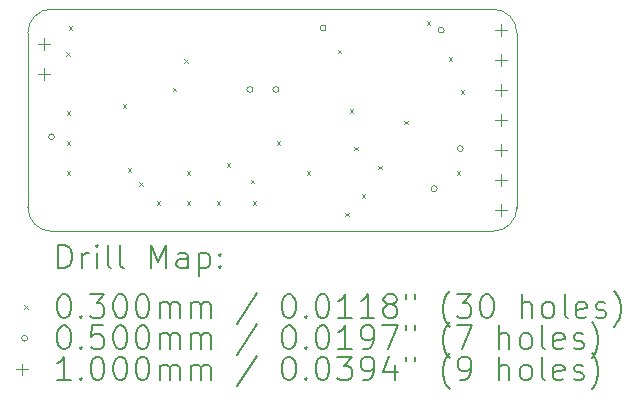
<source format=gbr>
%TF.GenerationSoftware,KiCad,Pcbnew,8.0.7*%
%TF.CreationDate,2025-01-02T14:00:55+01:00*%
%TF.ProjectId,av-to-minitel,61762d74-6f2d-46d6-996e-6974656c2e6b,v0.1*%
%TF.SameCoordinates,Original*%
%TF.FileFunction,Drillmap*%
%TF.FilePolarity,Positive*%
%FSLAX45Y45*%
G04 Gerber Fmt 4.5, Leading zero omitted, Abs format (unit mm)*
G04 Created by KiCad (PCBNEW 8.0.7) date 2025-01-02 14:00:55*
%MOMM*%
%LPD*%
G01*
G04 APERTURE LIST*
%ADD10C,0.050000*%
%ADD11C,0.200000*%
%ADD12C,0.100000*%
G04 APERTURE END LIST*
D10*
X9600000Y-7440000D02*
X13340000Y-7440000D01*
X9400000Y-9120000D02*
X9400000Y-7640000D01*
X9400000Y-7640000D02*
G75*
G02*
X9600000Y-7440000I200000J0D01*
G01*
X13340000Y-7440000D02*
G75*
G02*
X13540000Y-7640000I0J-200000D01*
G01*
X9600000Y-9320000D02*
G75*
G02*
X9400000Y-9120000I0J200000D01*
G01*
X13540000Y-7640000D02*
X13540000Y-9120000D01*
X13540000Y-9120000D02*
G75*
G02*
X13340000Y-9320000I-200000J0D01*
G01*
X13340000Y-9320000D02*
X9600000Y-9320000D01*
D11*
D12*
X9725000Y-7805000D02*
X9755000Y-7835000D01*
X9755000Y-7805000D02*
X9725000Y-7835000D01*
X9729595Y-8306175D02*
X9759595Y-8336175D01*
X9759595Y-8306175D02*
X9729595Y-8336175D01*
X9729595Y-8560175D02*
X9759595Y-8590175D01*
X9759595Y-8560175D02*
X9729595Y-8590175D01*
X9729595Y-8814175D02*
X9759595Y-8844175D01*
X9759595Y-8814175D02*
X9729595Y-8844175D01*
X9745000Y-7585000D02*
X9775000Y-7615000D01*
X9775000Y-7585000D02*
X9745000Y-7615000D01*
X10205000Y-8245000D02*
X10235000Y-8275000D01*
X10235000Y-8245000D02*
X10205000Y-8275000D01*
X10245000Y-8785000D02*
X10275000Y-8815000D01*
X10275000Y-8785000D02*
X10245000Y-8815000D01*
X10345000Y-8905000D02*
X10375000Y-8935000D01*
X10375000Y-8905000D02*
X10345000Y-8935000D01*
X10491595Y-9068175D02*
X10521595Y-9098175D01*
X10521595Y-9068175D02*
X10491595Y-9098175D01*
X10625000Y-8105000D02*
X10655000Y-8135000D01*
X10655000Y-8105000D02*
X10625000Y-8135000D01*
X10725000Y-7865000D02*
X10755000Y-7895000D01*
X10755000Y-7865000D02*
X10725000Y-7895000D01*
X10745595Y-8814175D02*
X10775595Y-8844175D01*
X10775595Y-8814175D02*
X10745595Y-8844175D01*
X10745595Y-9068175D02*
X10775595Y-9098175D01*
X10775595Y-9068175D02*
X10745595Y-9098175D01*
X10999595Y-9068175D02*
X11029595Y-9098175D01*
X11029595Y-9068175D02*
X10999595Y-9098175D01*
X11085000Y-8745000D02*
X11115000Y-8775000D01*
X11115000Y-8745000D02*
X11085000Y-8775000D01*
X11285000Y-8885000D02*
X11315000Y-8915000D01*
X11315000Y-8885000D02*
X11285000Y-8915000D01*
X11305000Y-9065000D02*
X11335000Y-9095000D01*
X11335000Y-9065000D02*
X11305000Y-9095000D01*
X11507595Y-8560175D02*
X11537595Y-8590175D01*
X11537595Y-8560175D02*
X11507595Y-8590175D01*
X11761595Y-8814175D02*
X11791595Y-8844175D01*
X11791595Y-8814175D02*
X11761595Y-8844175D01*
X12025000Y-7785000D02*
X12055000Y-7815000D01*
X12055000Y-7785000D02*
X12025000Y-7815000D01*
X12085000Y-9165000D02*
X12115000Y-9195000D01*
X12115000Y-9165000D02*
X12085000Y-9195000D01*
X12125000Y-8285000D02*
X12155000Y-8315000D01*
X12155000Y-8285000D02*
X12125000Y-8315000D01*
X12165000Y-8605000D02*
X12195000Y-8635000D01*
X12195000Y-8605000D02*
X12165000Y-8635000D01*
X12225000Y-9005000D02*
X12255000Y-9035000D01*
X12255000Y-9005000D02*
X12225000Y-9035000D01*
X12365000Y-8765000D02*
X12395000Y-8795000D01*
X12395000Y-8765000D02*
X12365000Y-8795000D01*
X12585000Y-8385000D02*
X12615000Y-8415000D01*
X12615000Y-8385000D02*
X12585000Y-8415000D01*
X12777595Y-7544175D02*
X12807595Y-7574175D01*
X12807595Y-7544175D02*
X12777595Y-7574175D01*
X12965000Y-7845000D02*
X12995000Y-7875000D01*
X12995000Y-7845000D02*
X12965000Y-7875000D01*
X13031595Y-8814175D02*
X13061595Y-8844175D01*
X13061595Y-8814175D02*
X13031595Y-8844175D01*
X13065000Y-8125000D02*
X13095000Y-8155000D01*
X13095000Y-8125000D02*
X13065000Y-8155000D01*
X9625000Y-8520000D02*
G75*
G02*
X9575000Y-8520000I-25000J0D01*
G01*
X9575000Y-8520000D02*
G75*
G02*
X9625000Y-8520000I25000J0D01*
G01*
X11305000Y-8120000D02*
G75*
G02*
X11255000Y-8120000I-25000J0D01*
G01*
X11255000Y-8120000D02*
G75*
G02*
X11305000Y-8120000I25000J0D01*
G01*
X11525000Y-8120000D02*
G75*
G02*
X11475000Y-8120000I-25000J0D01*
G01*
X11475000Y-8120000D02*
G75*
G02*
X11525000Y-8120000I25000J0D01*
G01*
X11925000Y-7600000D02*
G75*
G02*
X11875000Y-7600000I-25000J0D01*
G01*
X11875000Y-7600000D02*
G75*
G02*
X11925000Y-7600000I25000J0D01*
G01*
X12865000Y-8960000D02*
G75*
G02*
X12815000Y-8960000I-25000J0D01*
G01*
X12815000Y-8960000D02*
G75*
G02*
X12865000Y-8960000I25000J0D01*
G01*
X12925000Y-7617500D02*
G75*
G02*
X12875000Y-7617500I-25000J0D01*
G01*
X12875000Y-7617500D02*
G75*
G02*
X12925000Y-7617500I25000J0D01*
G01*
X13085000Y-8620000D02*
G75*
G02*
X13035000Y-8620000I-25000J0D01*
G01*
X13035000Y-8620000D02*
G75*
G02*
X13085000Y-8620000I25000J0D01*
G01*
X9537500Y-7683500D02*
X9537500Y-7783500D01*
X9487500Y-7733500D02*
X9587500Y-7733500D01*
X9537500Y-7937500D02*
X9537500Y-8037500D01*
X9487500Y-7987500D02*
X9587500Y-7987500D01*
X13402500Y-7567500D02*
X13402500Y-7667500D01*
X13352500Y-7617500D02*
X13452500Y-7617500D01*
X13402500Y-7821500D02*
X13402500Y-7921500D01*
X13352500Y-7871500D02*
X13452500Y-7871500D01*
X13402500Y-8075500D02*
X13402500Y-8175500D01*
X13352500Y-8125500D02*
X13452500Y-8125500D01*
X13402500Y-8329500D02*
X13402500Y-8429500D01*
X13352500Y-8379500D02*
X13452500Y-8379500D01*
X13402500Y-8583500D02*
X13402500Y-8683500D01*
X13352500Y-8633500D02*
X13452500Y-8633500D01*
X13402500Y-8837500D02*
X13402500Y-8937500D01*
X13352500Y-8887500D02*
X13452500Y-8887500D01*
X13402500Y-9091500D02*
X13402500Y-9191500D01*
X13352500Y-9141500D02*
X13452500Y-9141500D01*
D11*
X9658277Y-9633984D02*
X9658277Y-9433984D01*
X9658277Y-9433984D02*
X9705896Y-9433984D01*
X9705896Y-9433984D02*
X9734467Y-9443508D01*
X9734467Y-9443508D02*
X9753515Y-9462555D01*
X9753515Y-9462555D02*
X9763039Y-9481603D01*
X9763039Y-9481603D02*
X9772563Y-9519698D01*
X9772563Y-9519698D02*
X9772563Y-9548270D01*
X9772563Y-9548270D02*
X9763039Y-9586365D01*
X9763039Y-9586365D02*
X9753515Y-9605412D01*
X9753515Y-9605412D02*
X9734467Y-9624460D01*
X9734467Y-9624460D02*
X9705896Y-9633984D01*
X9705896Y-9633984D02*
X9658277Y-9633984D01*
X9858277Y-9633984D02*
X9858277Y-9500650D01*
X9858277Y-9538746D02*
X9867801Y-9519698D01*
X9867801Y-9519698D02*
X9877324Y-9510174D01*
X9877324Y-9510174D02*
X9896372Y-9500650D01*
X9896372Y-9500650D02*
X9915420Y-9500650D01*
X9982086Y-9633984D02*
X9982086Y-9500650D01*
X9982086Y-9433984D02*
X9972563Y-9443508D01*
X9972563Y-9443508D02*
X9982086Y-9453031D01*
X9982086Y-9453031D02*
X9991610Y-9443508D01*
X9991610Y-9443508D02*
X9982086Y-9433984D01*
X9982086Y-9433984D02*
X9982086Y-9453031D01*
X10105896Y-9633984D02*
X10086848Y-9624460D01*
X10086848Y-9624460D02*
X10077324Y-9605412D01*
X10077324Y-9605412D02*
X10077324Y-9433984D01*
X10210658Y-9633984D02*
X10191610Y-9624460D01*
X10191610Y-9624460D02*
X10182086Y-9605412D01*
X10182086Y-9605412D02*
X10182086Y-9433984D01*
X10439229Y-9633984D02*
X10439229Y-9433984D01*
X10439229Y-9433984D02*
X10505896Y-9576841D01*
X10505896Y-9576841D02*
X10572563Y-9433984D01*
X10572563Y-9433984D02*
X10572563Y-9633984D01*
X10753515Y-9633984D02*
X10753515Y-9529222D01*
X10753515Y-9529222D02*
X10743991Y-9510174D01*
X10743991Y-9510174D02*
X10724944Y-9500650D01*
X10724944Y-9500650D02*
X10686848Y-9500650D01*
X10686848Y-9500650D02*
X10667801Y-9510174D01*
X10753515Y-9624460D02*
X10734467Y-9633984D01*
X10734467Y-9633984D02*
X10686848Y-9633984D01*
X10686848Y-9633984D02*
X10667801Y-9624460D01*
X10667801Y-9624460D02*
X10658277Y-9605412D01*
X10658277Y-9605412D02*
X10658277Y-9586365D01*
X10658277Y-9586365D02*
X10667801Y-9567317D01*
X10667801Y-9567317D02*
X10686848Y-9557793D01*
X10686848Y-9557793D02*
X10734467Y-9557793D01*
X10734467Y-9557793D02*
X10753515Y-9548270D01*
X10848753Y-9500650D02*
X10848753Y-9700650D01*
X10848753Y-9510174D02*
X10867801Y-9500650D01*
X10867801Y-9500650D02*
X10905896Y-9500650D01*
X10905896Y-9500650D02*
X10924944Y-9510174D01*
X10924944Y-9510174D02*
X10934467Y-9519698D01*
X10934467Y-9519698D02*
X10943991Y-9538746D01*
X10943991Y-9538746D02*
X10943991Y-9595889D01*
X10943991Y-9595889D02*
X10934467Y-9614936D01*
X10934467Y-9614936D02*
X10924944Y-9624460D01*
X10924944Y-9624460D02*
X10905896Y-9633984D01*
X10905896Y-9633984D02*
X10867801Y-9633984D01*
X10867801Y-9633984D02*
X10848753Y-9624460D01*
X11029705Y-9614936D02*
X11039229Y-9624460D01*
X11039229Y-9624460D02*
X11029705Y-9633984D01*
X11029705Y-9633984D02*
X11020182Y-9624460D01*
X11020182Y-9624460D02*
X11029705Y-9614936D01*
X11029705Y-9614936D02*
X11029705Y-9633984D01*
X11029705Y-9510174D02*
X11039229Y-9519698D01*
X11039229Y-9519698D02*
X11029705Y-9529222D01*
X11029705Y-9529222D02*
X11020182Y-9519698D01*
X11020182Y-9519698D02*
X11029705Y-9510174D01*
X11029705Y-9510174D02*
X11029705Y-9529222D01*
D12*
X9367500Y-9947500D02*
X9397500Y-9977500D01*
X9397500Y-9947500D02*
X9367500Y-9977500D01*
D11*
X9696372Y-9853984D02*
X9715420Y-9853984D01*
X9715420Y-9853984D02*
X9734467Y-9863508D01*
X9734467Y-9863508D02*
X9743991Y-9873031D01*
X9743991Y-9873031D02*
X9753515Y-9892079D01*
X9753515Y-9892079D02*
X9763039Y-9930174D01*
X9763039Y-9930174D02*
X9763039Y-9977793D01*
X9763039Y-9977793D02*
X9753515Y-10015889D01*
X9753515Y-10015889D02*
X9743991Y-10034936D01*
X9743991Y-10034936D02*
X9734467Y-10044460D01*
X9734467Y-10044460D02*
X9715420Y-10053984D01*
X9715420Y-10053984D02*
X9696372Y-10053984D01*
X9696372Y-10053984D02*
X9677324Y-10044460D01*
X9677324Y-10044460D02*
X9667801Y-10034936D01*
X9667801Y-10034936D02*
X9658277Y-10015889D01*
X9658277Y-10015889D02*
X9648753Y-9977793D01*
X9648753Y-9977793D02*
X9648753Y-9930174D01*
X9648753Y-9930174D02*
X9658277Y-9892079D01*
X9658277Y-9892079D02*
X9667801Y-9873031D01*
X9667801Y-9873031D02*
X9677324Y-9863508D01*
X9677324Y-9863508D02*
X9696372Y-9853984D01*
X9848753Y-10034936D02*
X9858277Y-10044460D01*
X9858277Y-10044460D02*
X9848753Y-10053984D01*
X9848753Y-10053984D02*
X9839229Y-10044460D01*
X9839229Y-10044460D02*
X9848753Y-10034936D01*
X9848753Y-10034936D02*
X9848753Y-10053984D01*
X9924944Y-9853984D02*
X10048753Y-9853984D01*
X10048753Y-9853984D02*
X9982086Y-9930174D01*
X9982086Y-9930174D02*
X10010658Y-9930174D01*
X10010658Y-9930174D02*
X10029705Y-9939698D01*
X10029705Y-9939698D02*
X10039229Y-9949222D01*
X10039229Y-9949222D02*
X10048753Y-9968270D01*
X10048753Y-9968270D02*
X10048753Y-10015889D01*
X10048753Y-10015889D02*
X10039229Y-10034936D01*
X10039229Y-10034936D02*
X10029705Y-10044460D01*
X10029705Y-10044460D02*
X10010658Y-10053984D01*
X10010658Y-10053984D02*
X9953515Y-10053984D01*
X9953515Y-10053984D02*
X9934467Y-10044460D01*
X9934467Y-10044460D02*
X9924944Y-10034936D01*
X10172563Y-9853984D02*
X10191610Y-9853984D01*
X10191610Y-9853984D02*
X10210658Y-9863508D01*
X10210658Y-9863508D02*
X10220182Y-9873031D01*
X10220182Y-9873031D02*
X10229705Y-9892079D01*
X10229705Y-9892079D02*
X10239229Y-9930174D01*
X10239229Y-9930174D02*
X10239229Y-9977793D01*
X10239229Y-9977793D02*
X10229705Y-10015889D01*
X10229705Y-10015889D02*
X10220182Y-10034936D01*
X10220182Y-10034936D02*
X10210658Y-10044460D01*
X10210658Y-10044460D02*
X10191610Y-10053984D01*
X10191610Y-10053984D02*
X10172563Y-10053984D01*
X10172563Y-10053984D02*
X10153515Y-10044460D01*
X10153515Y-10044460D02*
X10143991Y-10034936D01*
X10143991Y-10034936D02*
X10134467Y-10015889D01*
X10134467Y-10015889D02*
X10124944Y-9977793D01*
X10124944Y-9977793D02*
X10124944Y-9930174D01*
X10124944Y-9930174D02*
X10134467Y-9892079D01*
X10134467Y-9892079D02*
X10143991Y-9873031D01*
X10143991Y-9873031D02*
X10153515Y-9863508D01*
X10153515Y-9863508D02*
X10172563Y-9853984D01*
X10363039Y-9853984D02*
X10382086Y-9853984D01*
X10382086Y-9853984D02*
X10401134Y-9863508D01*
X10401134Y-9863508D02*
X10410658Y-9873031D01*
X10410658Y-9873031D02*
X10420182Y-9892079D01*
X10420182Y-9892079D02*
X10429705Y-9930174D01*
X10429705Y-9930174D02*
X10429705Y-9977793D01*
X10429705Y-9977793D02*
X10420182Y-10015889D01*
X10420182Y-10015889D02*
X10410658Y-10034936D01*
X10410658Y-10034936D02*
X10401134Y-10044460D01*
X10401134Y-10044460D02*
X10382086Y-10053984D01*
X10382086Y-10053984D02*
X10363039Y-10053984D01*
X10363039Y-10053984D02*
X10343991Y-10044460D01*
X10343991Y-10044460D02*
X10334467Y-10034936D01*
X10334467Y-10034936D02*
X10324944Y-10015889D01*
X10324944Y-10015889D02*
X10315420Y-9977793D01*
X10315420Y-9977793D02*
X10315420Y-9930174D01*
X10315420Y-9930174D02*
X10324944Y-9892079D01*
X10324944Y-9892079D02*
X10334467Y-9873031D01*
X10334467Y-9873031D02*
X10343991Y-9863508D01*
X10343991Y-9863508D02*
X10363039Y-9853984D01*
X10515420Y-10053984D02*
X10515420Y-9920650D01*
X10515420Y-9939698D02*
X10524944Y-9930174D01*
X10524944Y-9930174D02*
X10543991Y-9920650D01*
X10543991Y-9920650D02*
X10572563Y-9920650D01*
X10572563Y-9920650D02*
X10591610Y-9930174D01*
X10591610Y-9930174D02*
X10601134Y-9949222D01*
X10601134Y-9949222D02*
X10601134Y-10053984D01*
X10601134Y-9949222D02*
X10610658Y-9930174D01*
X10610658Y-9930174D02*
X10629705Y-9920650D01*
X10629705Y-9920650D02*
X10658277Y-9920650D01*
X10658277Y-9920650D02*
X10677325Y-9930174D01*
X10677325Y-9930174D02*
X10686848Y-9949222D01*
X10686848Y-9949222D02*
X10686848Y-10053984D01*
X10782086Y-10053984D02*
X10782086Y-9920650D01*
X10782086Y-9939698D02*
X10791610Y-9930174D01*
X10791610Y-9930174D02*
X10810658Y-9920650D01*
X10810658Y-9920650D02*
X10839229Y-9920650D01*
X10839229Y-9920650D02*
X10858277Y-9930174D01*
X10858277Y-9930174D02*
X10867801Y-9949222D01*
X10867801Y-9949222D02*
X10867801Y-10053984D01*
X10867801Y-9949222D02*
X10877325Y-9930174D01*
X10877325Y-9930174D02*
X10896372Y-9920650D01*
X10896372Y-9920650D02*
X10924944Y-9920650D01*
X10924944Y-9920650D02*
X10943991Y-9930174D01*
X10943991Y-9930174D02*
X10953515Y-9949222D01*
X10953515Y-9949222D02*
X10953515Y-10053984D01*
X11343991Y-9844460D02*
X11172563Y-10101603D01*
X11601134Y-9853984D02*
X11620182Y-9853984D01*
X11620182Y-9853984D02*
X11639229Y-9863508D01*
X11639229Y-9863508D02*
X11648753Y-9873031D01*
X11648753Y-9873031D02*
X11658277Y-9892079D01*
X11658277Y-9892079D02*
X11667801Y-9930174D01*
X11667801Y-9930174D02*
X11667801Y-9977793D01*
X11667801Y-9977793D02*
X11658277Y-10015889D01*
X11658277Y-10015889D02*
X11648753Y-10034936D01*
X11648753Y-10034936D02*
X11639229Y-10044460D01*
X11639229Y-10044460D02*
X11620182Y-10053984D01*
X11620182Y-10053984D02*
X11601134Y-10053984D01*
X11601134Y-10053984D02*
X11582086Y-10044460D01*
X11582086Y-10044460D02*
X11572563Y-10034936D01*
X11572563Y-10034936D02*
X11563039Y-10015889D01*
X11563039Y-10015889D02*
X11553515Y-9977793D01*
X11553515Y-9977793D02*
X11553515Y-9930174D01*
X11553515Y-9930174D02*
X11563039Y-9892079D01*
X11563039Y-9892079D02*
X11572563Y-9873031D01*
X11572563Y-9873031D02*
X11582086Y-9863508D01*
X11582086Y-9863508D02*
X11601134Y-9853984D01*
X11753515Y-10034936D02*
X11763039Y-10044460D01*
X11763039Y-10044460D02*
X11753515Y-10053984D01*
X11753515Y-10053984D02*
X11743991Y-10044460D01*
X11743991Y-10044460D02*
X11753515Y-10034936D01*
X11753515Y-10034936D02*
X11753515Y-10053984D01*
X11886848Y-9853984D02*
X11905896Y-9853984D01*
X11905896Y-9853984D02*
X11924944Y-9863508D01*
X11924944Y-9863508D02*
X11934467Y-9873031D01*
X11934467Y-9873031D02*
X11943991Y-9892079D01*
X11943991Y-9892079D02*
X11953515Y-9930174D01*
X11953515Y-9930174D02*
X11953515Y-9977793D01*
X11953515Y-9977793D02*
X11943991Y-10015889D01*
X11943991Y-10015889D02*
X11934467Y-10034936D01*
X11934467Y-10034936D02*
X11924944Y-10044460D01*
X11924944Y-10044460D02*
X11905896Y-10053984D01*
X11905896Y-10053984D02*
X11886848Y-10053984D01*
X11886848Y-10053984D02*
X11867801Y-10044460D01*
X11867801Y-10044460D02*
X11858277Y-10034936D01*
X11858277Y-10034936D02*
X11848753Y-10015889D01*
X11848753Y-10015889D02*
X11839229Y-9977793D01*
X11839229Y-9977793D02*
X11839229Y-9930174D01*
X11839229Y-9930174D02*
X11848753Y-9892079D01*
X11848753Y-9892079D02*
X11858277Y-9873031D01*
X11858277Y-9873031D02*
X11867801Y-9863508D01*
X11867801Y-9863508D02*
X11886848Y-9853984D01*
X12143991Y-10053984D02*
X12029706Y-10053984D01*
X12086848Y-10053984D02*
X12086848Y-9853984D01*
X12086848Y-9853984D02*
X12067801Y-9882555D01*
X12067801Y-9882555D02*
X12048753Y-9901603D01*
X12048753Y-9901603D02*
X12029706Y-9911127D01*
X12334467Y-10053984D02*
X12220182Y-10053984D01*
X12277325Y-10053984D02*
X12277325Y-9853984D01*
X12277325Y-9853984D02*
X12258277Y-9882555D01*
X12258277Y-9882555D02*
X12239229Y-9901603D01*
X12239229Y-9901603D02*
X12220182Y-9911127D01*
X12448753Y-9939698D02*
X12429706Y-9930174D01*
X12429706Y-9930174D02*
X12420182Y-9920650D01*
X12420182Y-9920650D02*
X12410658Y-9901603D01*
X12410658Y-9901603D02*
X12410658Y-9892079D01*
X12410658Y-9892079D02*
X12420182Y-9873031D01*
X12420182Y-9873031D02*
X12429706Y-9863508D01*
X12429706Y-9863508D02*
X12448753Y-9853984D01*
X12448753Y-9853984D02*
X12486848Y-9853984D01*
X12486848Y-9853984D02*
X12505896Y-9863508D01*
X12505896Y-9863508D02*
X12515420Y-9873031D01*
X12515420Y-9873031D02*
X12524944Y-9892079D01*
X12524944Y-9892079D02*
X12524944Y-9901603D01*
X12524944Y-9901603D02*
X12515420Y-9920650D01*
X12515420Y-9920650D02*
X12505896Y-9930174D01*
X12505896Y-9930174D02*
X12486848Y-9939698D01*
X12486848Y-9939698D02*
X12448753Y-9939698D01*
X12448753Y-9939698D02*
X12429706Y-9949222D01*
X12429706Y-9949222D02*
X12420182Y-9958746D01*
X12420182Y-9958746D02*
X12410658Y-9977793D01*
X12410658Y-9977793D02*
X12410658Y-10015889D01*
X12410658Y-10015889D02*
X12420182Y-10034936D01*
X12420182Y-10034936D02*
X12429706Y-10044460D01*
X12429706Y-10044460D02*
X12448753Y-10053984D01*
X12448753Y-10053984D02*
X12486848Y-10053984D01*
X12486848Y-10053984D02*
X12505896Y-10044460D01*
X12505896Y-10044460D02*
X12515420Y-10034936D01*
X12515420Y-10034936D02*
X12524944Y-10015889D01*
X12524944Y-10015889D02*
X12524944Y-9977793D01*
X12524944Y-9977793D02*
X12515420Y-9958746D01*
X12515420Y-9958746D02*
X12505896Y-9949222D01*
X12505896Y-9949222D02*
X12486848Y-9939698D01*
X12601134Y-9853984D02*
X12601134Y-9892079D01*
X12677325Y-9853984D02*
X12677325Y-9892079D01*
X12972563Y-10130174D02*
X12963039Y-10120650D01*
X12963039Y-10120650D02*
X12943991Y-10092079D01*
X12943991Y-10092079D02*
X12934468Y-10073031D01*
X12934468Y-10073031D02*
X12924944Y-10044460D01*
X12924944Y-10044460D02*
X12915420Y-9996841D01*
X12915420Y-9996841D02*
X12915420Y-9958746D01*
X12915420Y-9958746D02*
X12924944Y-9911127D01*
X12924944Y-9911127D02*
X12934468Y-9882555D01*
X12934468Y-9882555D02*
X12943991Y-9863508D01*
X12943991Y-9863508D02*
X12963039Y-9834936D01*
X12963039Y-9834936D02*
X12972563Y-9825412D01*
X13029706Y-9853984D02*
X13153515Y-9853984D01*
X13153515Y-9853984D02*
X13086848Y-9930174D01*
X13086848Y-9930174D02*
X13115420Y-9930174D01*
X13115420Y-9930174D02*
X13134468Y-9939698D01*
X13134468Y-9939698D02*
X13143991Y-9949222D01*
X13143991Y-9949222D02*
X13153515Y-9968270D01*
X13153515Y-9968270D02*
X13153515Y-10015889D01*
X13153515Y-10015889D02*
X13143991Y-10034936D01*
X13143991Y-10034936D02*
X13134468Y-10044460D01*
X13134468Y-10044460D02*
X13115420Y-10053984D01*
X13115420Y-10053984D02*
X13058277Y-10053984D01*
X13058277Y-10053984D02*
X13039229Y-10044460D01*
X13039229Y-10044460D02*
X13029706Y-10034936D01*
X13277325Y-9853984D02*
X13296372Y-9853984D01*
X13296372Y-9853984D02*
X13315420Y-9863508D01*
X13315420Y-9863508D02*
X13324944Y-9873031D01*
X13324944Y-9873031D02*
X13334468Y-9892079D01*
X13334468Y-9892079D02*
X13343991Y-9930174D01*
X13343991Y-9930174D02*
X13343991Y-9977793D01*
X13343991Y-9977793D02*
X13334468Y-10015889D01*
X13334468Y-10015889D02*
X13324944Y-10034936D01*
X13324944Y-10034936D02*
X13315420Y-10044460D01*
X13315420Y-10044460D02*
X13296372Y-10053984D01*
X13296372Y-10053984D02*
X13277325Y-10053984D01*
X13277325Y-10053984D02*
X13258277Y-10044460D01*
X13258277Y-10044460D02*
X13248753Y-10034936D01*
X13248753Y-10034936D02*
X13239229Y-10015889D01*
X13239229Y-10015889D02*
X13229706Y-9977793D01*
X13229706Y-9977793D02*
X13229706Y-9930174D01*
X13229706Y-9930174D02*
X13239229Y-9892079D01*
X13239229Y-9892079D02*
X13248753Y-9873031D01*
X13248753Y-9873031D02*
X13258277Y-9863508D01*
X13258277Y-9863508D02*
X13277325Y-9853984D01*
X13582087Y-10053984D02*
X13582087Y-9853984D01*
X13667801Y-10053984D02*
X13667801Y-9949222D01*
X13667801Y-9949222D02*
X13658277Y-9930174D01*
X13658277Y-9930174D02*
X13639230Y-9920650D01*
X13639230Y-9920650D02*
X13610658Y-9920650D01*
X13610658Y-9920650D02*
X13591610Y-9930174D01*
X13591610Y-9930174D02*
X13582087Y-9939698D01*
X13791610Y-10053984D02*
X13772563Y-10044460D01*
X13772563Y-10044460D02*
X13763039Y-10034936D01*
X13763039Y-10034936D02*
X13753515Y-10015889D01*
X13753515Y-10015889D02*
X13753515Y-9958746D01*
X13753515Y-9958746D02*
X13763039Y-9939698D01*
X13763039Y-9939698D02*
X13772563Y-9930174D01*
X13772563Y-9930174D02*
X13791610Y-9920650D01*
X13791610Y-9920650D02*
X13820182Y-9920650D01*
X13820182Y-9920650D02*
X13839230Y-9930174D01*
X13839230Y-9930174D02*
X13848753Y-9939698D01*
X13848753Y-9939698D02*
X13858277Y-9958746D01*
X13858277Y-9958746D02*
X13858277Y-10015889D01*
X13858277Y-10015889D02*
X13848753Y-10034936D01*
X13848753Y-10034936D02*
X13839230Y-10044460D01*
X13839230Y-10044460D02*
X13820182Y-10053984D01*
X13820182Y-10053984D02*
X13791610Y-10053984D01*
X13972563Y-10053984D02*
X13953515Y-10044460D01*
X13953515Y-10044460D02*
X13943991Y-10025412D01*
X13943991Y-10025412D02*
X13943991Y-9853984D01*
X14124944Y-10044460D02*
X14105896Y-10053984D01*
X14105896Y-10053984D02*
X14067801Y-10053984D01*
X14067801Y-10053984D02*
X14048753Y-10044460D01*
X14048753Y-10044460D02*
X14039230Y-10025412D01*
X14039230Y-10025412D02*
X14039230Y-9949222D01*
X14039230Y-9949222D02*
X14048753Y-9930174D01*
X14048753Y-9930174D02*
X14067801Y-9920650D01*
X14067801Y-9920650D02*
X14105896Y-9920650D01*
X14105896Y-9920650D02*
X14124944Y-9930174D01*
X14124944Y-9930174D02*
X14134468Y-9949222D01*
X14134468Y-9949222D02*
X14134468Y-9968270D01*
X14134468Y-9968270D02*
X14039230Y-9987317D01*
X14210658Y-10044460D02*
X14229706Y-10053984D01*
X14229706Y-10053984D02*
X14267801Y-10053984D01*
X14267801Y-10053984D02*
X14286849Y-10044460D01*
X14286849Y-10044460D02*
X14296372Y-10025412D01*
X14296372Y-10025412D02*
X14296372Y-10015889D01*
X14296372Y-10015889D02*
X14286849Y-9996841D01*
X14286849Y-9996841D02*
X14267801Y-9987317D01*
X14267801Y-9987317D02*
X14239230Y-9987317D01*
X14239230Y-9987317D02*
X14220182Y-9977793D01*
X14220182Y-9977793D02*
X14210658Y-9958746D01*
X14210658Y-9958746D02*
X14210658Y-9949222D01*
X14210658Y-9949222D02*
X14220182Y-9930174D01*
X14220182Y-9930174D02*
X14239230Y-9920650D01*
X14239230Y-9920650D02*
X14267801Y-9920650D01*
X14267801Y-9920650D02*
X14286849Y-9930174D01*
X14363039Y-10130174D02*
X14372563Y-10120650D01*
X14372563Y-10120650D02*
X14391611Y-10092079D01*
X14391611Y-10092079D02*
X14401134Y-10073031D01*
X14401134Y-10073031D02*
X14410658Y-10044460D01*
X14410658Y-10044460D02*
X14420182Y-9996841D01*
X14420182Y-9996841D02*
X14420182Y-9958746D01*
X14420182Y-9958746D02*
X14410658Y-9911127D01*
X14410658Y-9911127D02*
X14401134Y-9882555D01*
X14401134Y-9882555D02*
X14391611Y-9863508D01*
X14391611Y-9863508D02*
X14372563Y-9834936D01*
X14372563Y-9834936D02*
X14363039Y-9825412D01*
D12*
X9397500Y-10226500D02*
G75*
G02*
X9347500Y-10226500I-25000J0D01*
G01*
X9347500Y-10226500D02*
G75*
G02*
X9397500Y-10226500I25000J0D01*
G01*
D11*
X9696372Y-10117984D02*
X9715420Y-10117984D01*
X9715420Y-10117984D02*
X9734467Y-10127508D01*
X9734467Y-10127508D02*
X9743991Y-10137031D01*
X9743991Y-10137031D02*
X9753515Y-10156079D01*
X9753515Y-10156079D02*
X9763039Y-10194174D01*
X9763039Y-10194174D02*
X9763039Y-10241793D01*
X9763039Y-10241793D02*
X9753515Y-10279889D01*
X9753515Y-10279889D02*
X9743991Y-10298936D01*
X9743991Y-10298936D02*
X9734467Y-10308460D01*
X9734467Y-10308460D02*
X9715420Y-10317984D01*
X9715420Y-10317984D02*
X9696372Y-10317984D01*
X9696372Y-10317984D02*
X9677324Y-10308460D01*
X9677324Y-10308460D02*
X9667801Y-10298936D01*
X9667801Y-10298936D02*
X9658277Y-10279889D01*
X9658277Y-10279889D02*
X9648753Y-10241793D01*
X9648753Y-10241793D02*
X9648753Y-10194174D01*
X9648753Y-10194174D02*
X9658277Y-10156079D01*
X9658277Y-10156079D02*
X9667801Y-10137031D01*
X9667801Y-10137031D02*
X9677324Y-10127508D01*
X9677324Y-10127508D02*
X9696372Y-10117984D01*
X9848753Y-10298936D02*
X9858277Y-10308460D01*
X9858277Y-10308460D02*
X9848753Y-10317984D01*
X9848753Y-10317984D02*
X9839229Y-10308460D01*
X9839229Y-10308460D02*
X9848753Y-10298936D01*
X9848753Y-10298936D02*
X9848753Y-10317984D01*
X10039229Y-10117984D02*
X9943991Y-10117984D01*
X9943991Y-10117984D02*
X9934467Y-10213222D01*
X9934467Y-10213222D02*
X9943991Y-10203698D01*
X9943991Y-10203698D02*
X9963039Y-10194174D01*
X9963039Y-10194174D02*
X10010658Y-10194174D01*
X10010658Y-10194174D02*
X10029705Y-10203698D01*
X10029705Y-10203698D02*
X10039229Y-10213222D01*
X10039229Y-10213222D02*
X10048753Y-10232270D01*
X10048753Y-10232270D02*
X10048753Y-10279889D01*
X10048753Y-10279889D02*
X10039229Y-10298936D01*
X10039229Y-10298936D02*
X10029705Y-10308460D01*
X10029705Y-10308460D02*
X10010658Y-10317984D01*
X10010658Y-10317984D02*
X9963039Y-10317984D01*
X9963039Y-10317984D02*
X9943991Y-10308460D01*
X9943991Y-10308460D02*
X9934467Y-10298936D01*
X10172563Y-10117984D02*
X10191610Y-10117984D01*
X10191610Y-10117984D02*
X10210658Y-10127508D01*
X10210658Y-10127508D02*
X10220182Y-10137031D01*
X10220182Y-10137031D02*
X10229705Y-10156079D01*
X10229705Y-10156079D02*
X10239229Y-10194174D01*
X10239229Y-10194174D02*
X10239229Y-10241793D01*
X10239229Y-10241793D02*
X10229705Y-10279889D01*
X10229705Y-10279889D02*
X10220182Y-10298936D01*
X10220182Y-10298936D02*
X10210658Y-10308460D01*
X10210658Y-10308460D02*
X10191610Y-10317984D01*
X10191610Y-10317984D02*
X10172563Y-10317984D01*
X10172563Y-10317984D02*
X10153515Y-10308460D01*
X10153515Y-10308460D02*
X10143991Y-10298936D01*
X10143991Y-10298936D02*
X10134467Y-10279889D01*
X10134467Y-10279889D02*
X10124944Y-10241793D01*
X10124944Y-10241793D02*
X10124944Y-10194174D01*
X10124944Y-10194174D02*
X10134467Y-10156079D01*
X10134467Y-10156079D02*
X10143991Y-10137031D01*
X10143991Y-10137031D02*
X10153515Y-10127508D01*
X10153515Y-10127508D02*
X10172563Y-10117984D01*
X10363039Y-10117984D02*
X10382086Y-10117984D01*
X10382086Y-10117984D02*
X10401134Y-10127508D01*
X10401134Y-10127508D02*
X10410658Y-10137031D01*
X10410658Y-10137031D02*
X10420182Y-10156079D01*
X10420182Y-10156079D02*
X10429705Y-10194174D01*
X10429705Y-10194174D02*
X10429705Y-10241793D01*
X10429705Y-10241793D02*
X10420182Y-10279889D01*
X10420182Y-10279889D02*
X10410658Y-10298936D01*
X10410658Y-10298936D02*
X10401134Y-10308460D01*
X10401134Y-10308460D02*
X10382086Y-10317984D01*
X10382086Y-10317984D02*
X10363039Y-10317984D01*
X10363039Y-10317984D02*
X10343991Y-10308460D01*
X10343991Y-10308460D02*
X10334467Y-10298936D01*
X10334467Y-10298936D02*
X10324944Y-10279889D01*
X10324944Y-10279889D02*
X10315420Y-10241793D01*
X10315420Y-10241793D02*
X10315420Y-10194174D01*
X10315420Y-10194174D02*
X10324944Y-10156079D01*
X10324944Y-10156079D02*
X10334467Y-10137031D01*
X10334467Y-10137031D02*
X10343991Y-10127508D01*
X10343991Y-10127508D02*
X10363039Y-10117984D01*
X10515420Y-10317984D02*
X10515420Y-10184650D01*
X10515420Y-10203698D02*
X10524944Y-10194174D01*
X10524944Y-10194174D02*
X10543991Y-10184650D01*
X10543991Y-10184650D02*
X10572563Y-10184650D01*
X10572563Y-10184650D02*
X10591610Y-10194174D01*
X10591610Y-10194174D02*
X10601134Y-10213222D01*
X10601134Y-10213222D02*
X10601134Y-10317984D01*
X10601134Y-10213222D02*
X10610658Y-10194174D01*
X10610658Y-10194174D02*
X10629705Y-10184650D01*
X10629705Y-10184650D02*
X10658277Y-10184650D01*
X10658277Y-10184650D02*
X10677325Y-10194174D01*
X10677325Y-10194174D02*
X10686848Y-10213222D01*
X10686848Y-10213222D02*
X10686848Y-10317984D01*
X10782086Y-10317984D02*
X10782086Y-10184650D01*
X10782086Y-10203698D02*
X10791610Y-10194174D01*
X10791610Y-10194174D02*
X10810658Y-10184650D01*
X10810658Y-10184650D02*
X10839229Y-10184650D01*
X10839229Y-10184650D02*
X10858277Y-10194174D01*
X10858277Y-10194174D02*
X10867801Y-10213222D01*
X10867801Y-10213222D02*
X10867801Y-10317984D01*
X10867801Y-10213222D02*
X10877325Y-10194174D01*
X10877325Y-10194174D02*
X10896372Y-10184650D01*
X10896372Y-10184650D02*
X10924944Y-10184650D01*
X10924944Y-10184650D02*
X10943991Y-10194174D01*
X10943991Y-10194174D02*
X10953515Y-10213222D01*
X10953515Y-10213222D02*
X10953515Y-10317984D01*
X11343991Y-10108460D02*
X11172563Y-10365603D01*
X11601134Y-10117984D02*
X11620182Y-10117984D01*
X11620182Y-10117984D02*
X11639229Y-10127508D01*
X11639229Y-10127508D02*
X11648753Y-10137031D01*
X11648753Y-10137031D02*
X11658277Y-10156079D01*
X11658277Y-10156079D02*
X11667801Y-10194174D01*
X11667801Y-10194174D02*
X11667801Y-10241793D01*
X11667801Y-10241793D02*
X11658277Y-10279889D01*
X11658277Y-10279889D02*
X11648753Y-10298936D01*
X11648753Y-10298936D02*
X11639229Y-10308460D01*
X11639229Y-10308460D02*
X11620182Y-10317984D01*
X11620182Y-10317984D02*
X11601134Y-10317984D01*
X11601134Y-10317984D02*
X11582086Y-10308460D01*
X11582086Y-10308460D02*
X11572563Y-10298936D01*
X11572563Y-10298936D02*
X11563039Y-10279889D01*
X11563039Y-10279889D02*
X11553515Y-10241793D01*
X11553515Y-10241793D02*
X11553515Y-10194174D01*
X11553515Y-10194174D02*
X11563039Y-10156079D01*
X11563039Y-10156079D02*
X11572563Y-10137031D01*
X11572563Y-10137031D02*
X11582086Y-10127508D01*
X11582086Y-10127508D02*
X11601134Y-10117984D01*
X11753515Y-10298936D02*
X11763039Y-10308460D01*
X11763039Y-10308460D02*
X11753515Y-10317984D01*
X11753515Y-10317984D02*
X11743991Y-10308460D01*
X11743991Y-10308460D02*
X11753515Y-10298936D01*
X11753515Y-10298936D02*
X11753515Y-10317984D01*
X11886848Y-10117984D02*
X11905896Y-10117984D01*
X11905896Y-10117984D02*
X11924944Y-10127508D01*
X11924944Y-10127508D02*
X11934467Y-10137031D01*
X11934467Y-10137031D02*
X11943991Y-10156079D01*
X11943991Y-10156079D02*
X11953515Y-10194174D01*
X11953515Y-10194174D02*
X11953515Y-10241793D01*
X11953515Y-10241793D02*
X11943991Y-10279889D01*
X11943991Y-10279889D02*
X11934467Y-10298936D01*
X11934467Y-10298936D02*
X11924944Y-10308460D01*
X11924944Y-10308460D02*
X11905896Y-10317984D01*
X11905896Y-10317984D02*
X11886848Y-10317984D01*
X11886848Y-10317984D02*
X11867801Y-10308460D01*
X11867801Y-10308460D02*
X11858277Y-10298936D01*
X11858277Y-10298936D02*
X11848753Y-10279889D01*
X11848753Y-10279889D02*
X11839229Y-10241793D01*
X11839229Y-10241793D02*
X11839229Y-10194174D01*
X11839229Y-10194174D02*
X11848753Y-10156079D01*
X11848753Y-10156079D02*
X11858277Y-10137031D01*
X11858277Y-10137031D02*
X11867801Y-10127508D01*
X11867801Y-10127508D02*
X11886848Y-10117984D01*
X12143991Y-10317984D02*
X12029706Y-10317984D01*
X12086848Y-10317984D02*
X12086848Y-10117984D01*
X12086848Y-10117984D02*
X12067801Y-10146555D01*
X12067801Y-10146555D02*
X12048753Y-10165603D01*
X12048753Y-10165603D02*
X12029706Y-10175127D01*
X12239229Y-10317984D02*
X12277325Y-10317984D01*
X12277325Y-10317984D02*
X12296372Y-10308460D01*
X12296372Y-10308460D02*
X12305896Y-10298936D01*
X12305896Y-10298936D02*
X12324944Y-10270365D01*
X12324944Y-10270365D02*
X12334467Y-10232270D01*
X12334467Y-10232270D02*
X12334467Y-10156079D01*
X12334467Y-10156079D02*
X12324944Y-10137031D01*
X12324944Y-10137031D02*
X12315420Y-10127508D01*
X12315420Y-10127508D02*
X12296372Y-10117984D01*
X12296372Y-10117984D02*
X12258277Y-10117984D01*
X12258277Y-10117984D02*
X12239229Y-10127508D01*
X12239229Y-10127508D02*
X12229706Y-10137031D01*
X12229706Y-10137031D02*
X12220182Y-10156079D01*
X12220182Y-10156079D02*
X12220182Y-10203698D01*
X12220182Y-10203698D02*
X12229706Y-10222746D01*
X12229706Y-10222746D02*
X12239229Y-10232270D01*
X12239229Y-10232270D02*
X12258277Y-10241793D01*
X12258277Y-10241793D02*
X12296372Y-10241793D01*
X12296372Y-10241793D02*
X12315420Y-10232270D01*
X12315420Y-10232270D02*
X12324944Y-10222746D01*
X12324944Y-10222746D02*
X12334467Y-10203698D01*
X12401134Y-10117984D02*
X12534467Y-10117984D01*
X12534467Y-10117984D02*
X12448753Y-10317984D01*
X12601134Y-10117984D02*
X12601134Y-10156079D01*
X12677325Y-10117984D02*
X12677325Y-10156079D01*
X12972563Y-10394174D02*
X12963039Y-10384650D01*
X12963039Y-10384650D02*
X12943991Y-10356079D01*
X12943991Y-10356079D02*
X12934468Y-10337031D01*
X12934468Y-10337031D02*
X12924944Y-10308460D01*
X12924944Y-10308460D02*
X12915420Y-10260841D01*
X12915420Y-10260841D02*
X12915420Y-10222746D01*
X12915420Y-10222746D02*
X12924944Y-10175127D01*
X12924944Y-10175127D02*
X12934468Y-10146555D01*
X12934468Y-10146555D02*
X12943991Y-10127508D01*
X12943991Y-10127508D02*
X12963039Y-10098936D01*
X12963039Y-10098936D02*
X12972563Y-10089412D01*
X13029706Y-10117984D02*
X13163039Y-10117984D01*
X13163039Y-10117984D02*
X13077325Y-10317984D01*
X13391610Y-10317984D02*
X13391610Y-10117984D01*
X13477325Y-10317984D02*
X13477325Y-10213222D01*
X13477325Y-10213222D02*
X13467801Y-10194174D01*
X13467801Y-10194174D02*
X13448753Y-10184650D01*
X13448753Y-10184650D02*
X13420182Y-10184650D01*
X13420182Y-10184650D02*
X13401134Y-10194174D01*
X13401134Y-10194174D02*
X13391610Y-10203698D01*
X13601134Y-10317984D02*
X13582087Y-10308460D01*
X13582087Y-10308460D02*
X13572563Y-10298936D01*
X13572563Y-10298936D02*
X13563039Y-10279889D01*
X13563039Y-10279889D02*
X13563039Y-10222746D01*
X13563039Y-10222746D02*
X13572563Y-10203698D01*
X13572563Y-10203698D02*
X13582087Y-10194174D01*
X13582087Y-10194174D02*
X13601134Y-10184650D01*
X13601134Y-10184650D02*
X13629706Y-10184650D01*
X13629706Y-10184650D02*
X13648753Y-10194174D01*
X13648753Y-10194174D02*
X13658277Y-10203698D01*
X13658277Y-10203698D02*
X13667801Y-10222746D01*
X13667801Y-10222746D02*
X13667801Y-10279889D01*
X13667801Y-10279889D02*
X13658277Y-10298936D01*
X13658277Y-10298936D02*
X13648753Y-10308460D01*
X13648753Y-10308460D02*
X13629706Y-10317984D01*
X13629706Y-10317984D02*
X13601134Y-10317984D01*
X13782087Y-10317984D02*
X13763039Y-10308460D01*
X13763039Y-10308460D02*
X13753515Y-10289412D01*
X13753515Y-10289412D02*
X13753515Y-10117984D01*
X13934468Y-10308460D02*
X13915420Y-10317984D01*
X13915420Y-10317984D02*
X13877325Y-10317984D01*
X13877325Y-10317984D02*
X13858277Y-10308460D01*
X13858277Y-10308460D02*
X13848753Y-10289412D01*
X13848753Y-10289412D02*
X13848753Y-10213222D01*
X13848753Y-10213222D02*
X13858277Y-10194174D01*
X13858277Y-10194174D02*
X13877325Y-10184650D01*
X13877325Y-10184650D02*
X13915420Y-10184650D01*
X13915420Y-10184650D02*
X13934468Y-10194174D01*
X13934468Y-10194174D02*
X13943991Y-10213222D01*
X13943991Y-10213222D02*
X13943991Y-10232270D01*
X13943991Y-10232270D02*
X13848753Y-10251317D01*
X14020182Y-10308460D02*
X14039230Y-10317984D01*
X14039230Y-10317984D02*
X14077325Y-10317984D01*
X14077325Y-10317984D02*
X14096372Y-10308460D01*
X14096372Y-10308460D02*
X14105896Y-10289412D01*
X14105896Y-10289412D02*
X14105896Y-10279889D01*
X14105896Y-10279889D02*
X14096372Y-10260841D01*
X14096372Y-10260841D02*
X14077325Y-10251317D01*
X14077325Y-10251317D02*
X14048753Y-10251317D01*
X14048753Y-10251317D02*
X14029706Y-10241793D01*
X14029706Y-10241793D02*
X14020182Y-10222746D01*
X14020182Y-10222746D02*
X14020182Y-10213222D01*
X14020182Y-10213222D02*
X14029706Y-10194174D01*
X14029706Y-10194174D02*
X14048753Y-10184650D01*
X14048753Y-10184650D02*
X14077325Y-10184650D01*
X14077325Y-10184650D02*
X14096372Y-10194174D01*
X14172563Y-10394174D02*
X14182087Y-10384650D01*
X14182087Y-10384650D02*
X14201134Y-10356079D01*
X14201134Y-10356079D02*
X14210658Y-10337031D01*
X14210658Y-10337031D02*
X14220182Y-10308460D01*
X14220182Y-10308460D02*
X14229706Y-10260841D01*
X14229706Y-10260841D02*
X14229706Y-10222746D01*
X14229706Y-10222746D02*
X14220182Y-10175127D01*
X14220182Y-10175127D02*
X14210658Y-10146555D01*
X14210658Y-10146555D02*
X14201134Y-10127508D01*
X14201134Y-10127508D02*
X14182087Y-10098936D01*
X14182087Y-10098936D02*
X14172563Y-10089412D01*
D12*
X9347500Y-10440500D02*
X9347500Y-10540500D01*
X9297500Y-10490500D02*
X9397500Y-10490500D01*
D11*
X9763039Y-10581984D02*
X9648753Y-10581984D01*
X9705896Y-10581984D02*
X9705896Y-10381984D01*
X9705896Y-10381984D02*
X9686848Y-10410555D01*
X9686848Y-10410555D02*
X9667801Y-10429603D01*
X9667801Y-10429603D02*
X9648753Y-10439127D01*
X9848753Y-10562936D02*
X9858277Y-10572460D01*
X9858277Y-10572460D02*
X9848753Y-10581984D01*
X9848753Y-10581984D02*
X9839229Y-10572460D01*
X9839229Y-10572460D02*
X9848753Y-10562936D01*
X9848753Y-10562936D02*
X9848753Y-10581984D01*
X9982086Y-10381984D02*
X10001134Y-10381984D01*
X10001134Y-10381984D02*
X10020182Y-10391508D01*
X10020182Y-10391508D02*
X10029705Y-10401031D01*
X10029705Y-10401031D02*
X10039229Y-10420079D01*
X10039229Y-10420079D02*
X10048753Y-10458174D01*
X10048753Y-10458174D02*
X10048753Y-10505793D01*
X10048753Y-10505793D02*
X10039229Y-10543889D01*
X10039229Y-10543889D02*
X10029705Y-10562936D01*
X10029705Y-10562936D02*
X10020182Y-10572460D01*
X10020182Y-10572460D02*
X10001134Y-10581984D01*
X10001134Y-10581984D02*
X9982086Y-10581984D01*
X9982086Y-10581984D02*
X9963039Y-10572460D01*
X9963039Y-10572460D02*
X9953515Y-10562936D01*
X9953515Y-10562936D02*
X9943991Y-10543889D01*
X9943991Y-10543889D02*
X9934467Y-10505793D01*
X9934467Y-10505793D02*
X9934467Y-10458174D01*
X9934467Y-10458174D02*
X9943991Y-10420079D01*
X9943991Y-10420079D02*
X9953515Y-10401031D01*
X9953515Y-10401031D02*
X9963039Y-10391508D01*
X9963039Y-10391508D02*
X9982086Y-10381984D01*
X10172563Y-10381984D02*
X10191610Y-10381984D01*
X10191610Y-10381984D02*
X10210658Y-10391508D01*
X10210658Y-10391508D02*
X10220182Y-10401031D01*
X10220182Y-10401031D02*
X10229705Y-10420079D01*
X10229705Y-10420079D02*
X10239229Y-10458174D01*
X10239229Y-10458174D02*
X10239229Y-10505793D01*
X10239229Y-10505793D02*
X10229705Y-10543889D01*
X10229705Y-10543889D02*
X10220182Y-10562936D01*
X10220182Y-10562936D02*
X10210658Y-10572460D01*
X10210658Y-10572460D02*
X10191610Y-10581984D01*
X10191610Y-10581984D02*
X10172563Y-10581984D01*
X10172563Y-10581984D02*
X10153515Y-10572460D01*
X10153515Y-10572460D02*
X10143991Y-10562936D01*
X10143991Y-10562936D02*
X10134467Y-10543889D01*
X10134467Y-10543889D02*
X10124944Y-10505793D01*
X10124944Y-10505793D02*
X10124944Y-10458174D01*
X10124944Y-10458174D02*
X10134467Y-10420079D01*
X10134467Y-10420079D02*
X10143991Y-10401031D01*
X10143991Y-10401031D02*
X10153515Y-10391508D01*
X10153515Y-10391508D02*
X10172563Y-10381984D01*
X10363039Y-10381984D02*
X10382086Y-10381984D01*
X10382086Y-10381984D02*
X10401134Y-10391508D01*
X10401134Y-10391508D02*
X10410658Y-10401031D01*
X10410658Y-10401031D02*
X10420182Y-10420079D01*
X10420182Y-10420079D02*
X10429705Y-10458174D01*
X10429705Y-10458174D02*
X10429705Y-10505793D01*
X10429705Y-10505793D02*
X10420182Y-10543889D01*
X10420182Y-10543889D02*
X10410658Y-10562936D01*
X10410658Y-10562936D02*
X10401134Y-10572460D01*
X10401134Y-10572460D02*
X10382086Y-10581984D01*
X10382086Y-10581984D02*
X10363039Y-10581984D01*
X10363039Y-10581984D02*
X10343991Y-10572460D01*
X10343991Y-10572460D02*
X10334467Y-10562936D01*
X10334467Y-10562936D02*
X10324944Y-10543889D01*
X10324944Y-10543889D02*
X10315420Y-10505793D01*
X10315420Y-10505793D02*
X10315420Y-10458174D01*
X10315420Y-10458174D02*
X10324944Y-10420079D01*
X10324944Y-10420079D02*
X10334467Y-10401031D01*
X10334467Y-10401031D02*
X10343991Y-10391508D01*
X10343991Y-10391508D02*
X10363039Y-10381984D01*
X10515420Y-10581984D02*
X10515420Y-10448650D01*
X10515420Y-10467698D02*
X10524944Y-10458174D01*
X10524944Y-10458174D02*
X10543991Y-10448650D01*
X10543991Y-10448650D02*
X10572563Y-10448650D01*
X10572563Y-10448650D02*
X10591610Y-10458174D01*
X10591610Y-10458174D02*
X10601134Y-10477222D01*
X10601134Y-10477222D02*
X10601134Y-10581984D01*
X10601134Y-10477222D02*
X10610658Y-10458174D01*
X10610658Y-10458174D02*
X10629705Y-10448650D01*
X10629705Y-10448650D02*
X10658277Y-10448650D01*
X10658277Y-10448650D02*
X10677325Y-10458174D01*
X10677325Y-10458174D02*
X10686848Y-10477222D01*
X10686848Y-10477222D02*
X10686848Y-10581984D01*
X10782086Y-10581984D02*
X10782086Y-10448650D01*
X10782086Y-10467698D02*
X10791610Y-10458174D01*
X10791610Y-10458174D02*
X10810658Y-10448650D01*
X10810658Y-10448650D02*
X10839229Y-10448650D01*
X10839229Y-10448650D02*
X10858277Y-10458174D01*
X10858277Y-10458174D02*
X10867801Y-10477222D01*
X10867801Y-10477222D02*
X10867801Y-10581984D01*
X10867801Y-10477222D02*
X10877325Y-10458174D01*
X10877325Y-10458174D02*
X10896372Y-10448650D01*
X10896372Y-10448650D02*
X10924944Y-10448650D01*
X10924944Y-10448650D02*
X10943991Y-10458174D01*
X10943991Y-10458174D02*
X10953515Y-10477222D01*
X10953515Y-10477222D02*
X10953515Y-10581984D01*
X11343991Y-10372460D02*
X11172563Y-10629603D01*
X11601134Y-10381984D02*
X11620182Y-10381984D01*
X11620182Y-10381984D02*
X11639229Y-10391508D01*
X11639229Y-10391508D02*
X11648753Y-10401031D01*
X11648753Y-10401031D02*
X11658277Y-10420079D01*
X11658277Y-10420079D02*
X11667801Y-10458174D01*
X11667801Y-10458174D02*
X11667801Y-10505793D01*
X11667801Y-10505793D02*
X11658277Y-10543889D01*
X11658277Y-10543889D02*
X11648753Y-10562936D01*
X11648753Y-10562936D02*
X11639229Y-10572460D01*
X11639229Y-10572460D02*
X11620182Y-10581984D01*
X11620182Y-10581984D02*
X11601134Y-10581984D01*
X11601134Y-10581984D02*
X11582086Y-10572460D01*
X11582086Y-10572460D02*
X11572563Y-10562936D01*
X11572563Y-10562936D02*
X11563039Y-10543889D01*
X11563039Y-10543889D02*
X11553515Y-10505793D01*
X11553515Y-10505793D02*
X11553515Y-10458174D01*
X11553515Y-10458174D02*
X11563039Y-10420079D01*
X11563039Y-10420079D02*
X11572563Y-10401031D01*
X11572563Y-10401031D02*
X11582086Y-10391508D01*
X11582086Y-10391508D02*
X11601134Y-10381984D01*
X11753515Y-10562936D02*
X11763039Y-10572460D01*
X11763039Y-10572460D02*
X11753515Y-10581984D01*
X11753515Y-10581984D02*
X11743991Y-10572460D01*
X11743991Y-10572460D02*
X11753515Y-10562936D01*
X11753515Y-10562936D02*
X11753515Y-10581984D01*
X11886848Y-10381984D02*
X11905896Y-10381984D01*
X11905896Y-10381984D02*
X11924944Y-10391508D01*
X11924944Y-10391508D02*
X11934467Y-10401031D01*
X11934467Y-10401031D02*
X11943991Y-10420079D01*
X11943991Y-10420079D02*
X11953515Y-10458174D01*
X11953515Y-10458174D02*
X11953515Y-10505793D01*
X11953515Y-10505793D02*
X11943991Y-10543889D01*
X11943991Y-10543889D02*
X11934467Y-10562936D01*
X11934467Y-10562936D02*
X11924944Y-10572460D01*
X11924944Y-10572460D02*
X11905896Y-10581984D01*
X11905896Y-10581984D02*
X11886848Y-10581984D01*
X11886848Y-10581984D02*
X11867801Y-10572460D01*
X11867801Y-10572460D02*
X11858277Y-10562936D01*
X11858277Y-10562936D02*
X11848753Y-10543889D01*
X11848753Y-10543889D02*
X11839229Y-10505793D01*
X11839229Y-10505793D02*
X11839229Y-10458174D01*
X11839229Y-10458174D02*
X11848753Y-10420079D01*
X11848753Y-10420079D02*
X11858277Y-10401031D01*
X11858277Y-10401031D02*
X11867801Y-10391508D01*
X11867801Y-10391508D02*
X11886848Y-10381984D01*
X12020182Y-10381984D02*
X12143991Y-10381984D01*
X12143991Y-10381984D02*
X12077325Y-10458174D01*
X12077325Y-10458174D02*
X12105896Y-10458174D01*
X12105896Y-10458174D02*
X12124944Y-10467698D01*
X12124944Y-10467698D02*
X12134467Y-10477222D01*
X12134467Y-10477222D02*
X12143991Y-10496270D01*
X12143991Y-10496270D02*
X12143991Y-10543889D01*
X12143991Y-10543889D02*
X12134467Y-10562936D01*
X12134467Y-10562936D02*
X12124944Y-10572460D01*
X12124944Y-10572460D02*
X12105896Y-10581984D01*
X12105896Y-10581984D02*
X12048753Y-10581984D01*
X12048753Y-10581984D02*
X12029706Y-10572460D01*
X12029706Y-10572460D02*
X12020182Y-10562936D01*
X12239229Y-10581984D02*
X12277325Y-10581984D01*
X12277325Y-10581984D02*
X12296372Y-10572460D01*
X12296372Y-10572460D02*
X12305896Y-10562936D01*
X12305896Y-10562936D02*
X12324944Y-10534365D01*
X12324944Y-10534365D02*
X12334467Y-10496270D01*
X12334467Y-10496270D02*
X12334467Y-10420079D01*
X12334467Y-10420079D02*
X12324944Y-10401031D01*
X12324944Y-10401031D02*
X12315420Y-10391508D01*
X12315420Y-10391508D02*
X12296372Y-10381984D01*
X12296372Y-10381984D02*
X12258277Y-10381984D01*
X12258277Y-10381984D02*
X12239229Y-10391508D01*
X12239229Y-10391508D02*
X12229706Y-10401031D01*
X12229706Y-10401031D02*
X12220182Y-10420079D01*
X12220182Y-10420079D02*
X12220182Y-10467698D01*
X12220182Y-10467698D02*
X12229706Y-10486746D01*
X12229706Y-10486746D02*
X12239229Y-10496270D01*
X12239229Y-10496270D02*
X12258277Y-10505793D01*
X12258277Y-10505793D02*
X12296372Y-10505793D01*
X12296372Y-10505793D02*
X12315420Y-10496270D01*
X12315420Y-10496270D02*
X12324944Y-10486746D01*
X12324944Y-10486746D02*
X12334467Y-10467698D01*
X12505896Y-10448650D02*
X12505896Y-10581984D01*
X12458277Y-10372460D02*
X12410658Y-10515317D01*
X12410658Y-10515317D02*
X12534467Y-10515317D01*
X12601134Y-10381984D02*
X12601134Y-10420079D01*
X12677325Y-10381984D02*
X12677325Y-10420079D01*
X12972563Y-10658174D02*
X12963039Y-10648650D01*
X12963039Y-10648650D02*
X12943991Y-10620079D01*
X12943991Y-10620079D02*
X12934468Y-10601031D01*
X12934468Y-10601031D02*
X12924944Y-10572460D01*
X12924944Y-10572460D02*
X12915420Y-10524841D01*
X12915420Y-10524841D02*
X12915420Y-10486746D01*
X12915420Y-10486746D02*
X12924944Y-10439127D01*
X12924944Y-10439127D02*
X12934468Y-10410555D01*
X12934468Y-10410555D02*
X12943991Y-10391508D01*
X12943991Y-10391508D02*
X12963039Y-10362936D01*
X12963039Y-10362936D02*
X12972563Y-10353412D01*
X13058277Y-10581984D02*
X13096372Y-10581984D01*
X13096372Y-10581984D02*
X13115420Y-10572460D01*
X13115420Y-10572460D02*
X13124944Y-10562936D01*
X13124944Y-10562936D02*
X13143991Y-10534365D01*
X13143991Y-10534365D02*
X13153515Y-10496270D01*
X13153515Y-10496270D02*
X13153515Y-10420079D01*
X13153515Y-10420079D02*
X13143991Y-10401031D01*
X13143991Y-10401031D02*
X13134468Y-10391508D01*
X13134468Y-10391508D02*
X13115420Y-10381984D01*
X13115420Y-10381984D02*
X13077325Y-10381984D01*
X13077325Y-10381984D02*
X13058277Y-10391508D01*
X13058277Y-10391508D02*
X13048753Y-10401031D01*
X13048753Y-10401031D02*
X13039229Y-10420079D01*
X13039229Y-10420079D02*
X13039229Y-10467698D01*
X13039229Y-10467698D02*
X13048753Y-10486746D01*
X13048753Y-10486746D02*
X13058277Y-10496270D01*
X13058277Y-10496270D02*
X13077325Y-10505793D01*
X13077325Y-10505793D02*
X13115420Y-10505793D01*
X13115420Y-10505793D02*
X13134468Y-10496270D01*
X13134468Y-10496270D02*
X13143991Y-10486746D01*
X13143991Y-10486746D02*
X13153515Y-10467698D01*
X13391610Y-10581984D02*
X13391610Y-10381984D01*
X13477325Y-10581984D02*
X13477325Y-10477222D01*
X13477325Y-10477222D02*
X13467801Y-10458174D01*
X13467801Y-10458174D02*
X13448753Y-10448650D01*
X13448753Y-10448650D02*
X13420182Y-10448650D01*
X13420182Y-10448650D02*
X13401134Y-10458174D01*
X13401134Y-10458174D02*
X13391610Y-10467698D01*
X13601134Y-10581984D02*
X13582087Y-10572460D01*
X13582087Y-10572460D02*
X13572563Y-10562936D01*
X13572563Y-10562936D02*
X13563039Y-10543889D01*
X13563039Y-10543889D02*
X13563039Y-10486746D01*
X13563039Y-10486746D02*
X13572563Y-10467698D01*
X13572563Y-10467698D02*
X13582087Y-10458174D01*
X13582087Y-10458174D02*
X13601134Y-10448650D01*
X13601134Y-10448650D02*
X13629706Y-10448650D01*
X13629706Y-10448650D02*
X13648753Y-10458174D01*
X13648753Y-10458174D02*
X13658277Y-10467698D01*
X13658277Y-10467698D02*
X13667801Y-10486746D01*
X13667801Y-10486746D02*
X13667801Y-10543889D01*
X13667801Y-10543889D02*
X13658277Y-10562936D01*
X13658277Y-10562936D02*
X13648753Y-10572460D01*
X13648753Y-10572460D02*
X13629706Y-10581984D01*
X13629706Y-10581984D02*
X13601134Y-10581984D01*
X13782087Y-10581984D02*
X13763039Y-10572460D01*
X13763039Y-10572460D02*
X13753515Y-10553412D01*
X13753515Y-10553412D02*
X13753515Y-10381984D01*
X13934468Y-10572460D02*
X13915420Y-10581984D01*
X13915420Y-10581984D02*
X13877325Y-10581984D01*
X13877325Y-10581984D02*
X13858277Y-10572460D01*
X13858277Y-10572460D02*
X13848753Y-10553412D01*
X13848753Y-10553412D02*
X13848753Y-10477222D01*
X13848753Y-10477222D02*
X13858277Y-10458174D01*
X13858277Y-10458174D02*
X13877325Y-10448650D01*
X13877325Y-10448650D02*
X13915420Y-10448650D01*
X13915420Y-10448650D02*
X13934468Y-10458174D01*
X13934468Y-10458174D02*
X13943991Y-10477222D01*
X13943991Y-10477222D02*
X13943991Y-10496270D01*
X13943991Y-10496270D02*
X13848753Y-10515317D01*
X14020182Y-10572460D02*
X14039230Y-10581984D01*
X14039230Y-10581984D02*
X14077325Y-10581984D01*
X14077325Y-10581984D02*
X14096372Y-10572460D01*
X14096372Y-10572460D02*
X14105896Y-10553412D01*
X14105896Y-10553412D02*
X14105896Y-10543889D01*
X14105896Y-10543889D02*
X14096372Y-10524841D01*
X14096372Y-10524841D02*
X14077325Y-10515317D01*
X14077325Y-10515317D02*
X14048753Y-10515317D01*
X14048753Y-10515317D02*
X14029706Y-10505793D01*
X14029706Y-10505793D02*
X14020182Y-10486746D01*
X14020182Y-10486746D02*
X14020182Y-10477222D01*
X14020182Y-10477222D02*
X14029706Y-10458174D01*
X14029706Y-10458174D02*
X14048753Y-10448650D01*
X14048753Y-10448650D02*
X14077325Y-10448650D01*
X14077325Y-10448650D02*
X14096372Y-10458174D01*
X14172563Y-10658174D02*
X14182087Y-10648650D01*
X14182087Y-10648650D02*
X14201134Y-10620079D01*
X14201134Y-10620079D02*
X14210658Y-10601031D01*
X14210658Y-10601031D02*
X14220182Y-10572460D01*
X14220182Y-10572460D02*
X14229706Y-10524841D01*
X14229706Y-10524841D02*
X14229706Y-10486746D01*
X14229706Y-10486746D02*
X14220182Y-10439127D01*
X14220182Y-10439127D02*
X14210658Y-10410555D01*
X14210658Y-10410555D02*
X14201134Y-10391508D01*
X14201134Y-10391508D02*
X14182087Y-10362936D01*
X14182087Y-10362936D02*
X14172563Y-10353412D01*
M02*

</source>
